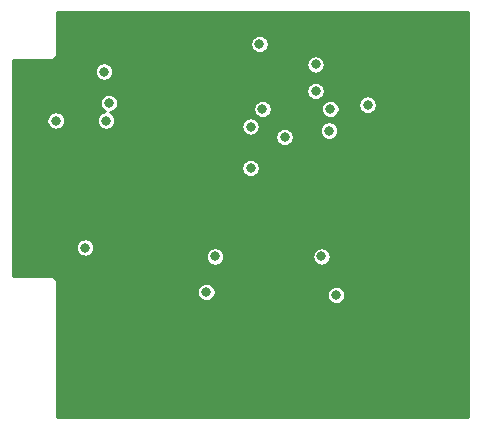
<source format=gbr>
%TF.GenerationSoftware,KiCad,Pcbnew,(5.1.6)-1*%
%TF.CreationDate,2020-12-26T20:27:21+01:00*%
%TF.ProjectId,ScreenBoard,53637265-656e-4426-9f61-72642e6b6963,rev?*%
%TF.SameCoordinates,Original*%
%TF.FileFunction,Copper,L2,Inr*%
%TF.FilePolarity,Positive*%
%FSLAX46Y46*%
G04 Gerber Fmt 4.6, Leading zero omitted, Abs format (unit mm)*
G04 Created by KiCad (PCBNEW (5.1.6)-1) date 2020-12-26 20:27:21*
%MOMM*%
%LPD*%
G01*
G04 APERTURE LIST*
%TA.AperFunction,ViaPad*%
%ADD10C,0.800000*%
%TD*%
%TA.AperFunction,Conductor*%
%ADD11C,0.254000*%
%TD*%
G04 APERTURE END LIST*
D10*
%TO.N,GND*%
X121750000Y-54250000D03*
X133750000Y-51500000D03*
X133750000Y-62500000D03*
X129450003Y-54700003D03*
X125449997Y-51449997D03*
X125450003Y-62549997D03*
X129874978Y-66875000D03*
X131250000Y-75749998D03*
X110104991Y-73645009D03*
X133145014Y-73645000D03*
X114250000Y-72750000D03*
X117250000Y-72750000D03*
X117750000Y-70750000D03*
X118250000Y-72750000D03*
X118750000Y-70750000D03*
X119250000Y-72750000D03*
X121250000Y-70750000D03*
X121750000Y-72750000D03*
X122250000Y-70750000D03*
X122600000Y-72750000D03*
X122374995Y-61374995D03*
X113000000Y-65750000D03*
X114750000Y-65750000D03*
X116500000Y-65500000D03*
X125500000Y-65250000D03*
X123500000Y-65750000D03*
X127250000Y-65750000D03*
X121750000Y-65750000D03*
X128800003Y-72949997D03*
X127799994Y-72950000D03*
X113645005Y-73644995D03*
X111849990Y-71650010D03*
X131250000Y-71500000D03*
X126875019Y-63875019D03*
X127250000Y-50125000D03*
X132125011Y-50124989D03*
X135374993Y-50124993D03*
X123875008Y-50125008D03*
X135375003Y-63875003D03*
X123875003Y-63875003D03*
X132125012Y-63875012D03*
X111050006Y-64300006D03*
X118250000Y-60500000D03*
X102999984Y-56100004D03*
%TO.N,+3V3*%
X120500000Y-57250000D03*
X129399992Y-56899992D03*
X125500000Y-69750000D03*
X116500000Y-69750000D03*
X115749992Y-72750000D03*
X122374995Y-59624995D03*
X119500000Y-58750000D03*
X119500000Y-62250000D03*
X120250000Y-51750000D03*
X126750000Y-73000000D03*
X107099998Y-54099998D03*
%TO.N,/SPI_MISO*%
X125000000Y-53500000D03*
X103000000Y-58250000D03*
%TO.N,/SPI_SCK*%
X125000000Y-55750000D03*
X107250000Y-58250012D03*
%TO.N,/SPI_MOSI*%
X107500000Y-56775000D03*
X126250000Y-57250000D03*
%TO.N,/SD_CS*%
X126150004Y-59099996D03*
X105500000Y-69000000D03*
%TD*%
D11*
%TO.N,GND*%
G36*
X137869001Y-83369000D02*
G01*
X103131000Y-83369000D01*
X103131000Y-72673078D01*
X114968992Y-72673078D01*
X114968992Y-72826922D01*
X114999005Y-72977809D01*
X115057879Y-73119942D01*
X115143350Y-73247859D01*
X115252133Y-73356642D01*
X115380050Y-73442113D01*
X115522183Y-73500987D01*
X115673070Y-73531000D01*
X115826914Y-73531000D01*
X115977801Y-73500987D01*
X116119934Y-73442113D01*
X116247851Y-73356642D01*
X116356634Y-73247859D01*
X116442105Y-73119942D01*
X116500979Y-72977809D01*
X116511865Y-72923078D01*
X125969000Y-72923078D01*
X125969000Y-73076922D01*
X125999013Y-73227809D01*
X126057887Y-73369942D01*
X126143358Y-73497859D01*
X126252141Y-73606642D01*
X126380058Y-73692113D01*
X126522191Y-73750987D01*
X126673078Y-73781000D01*
X126826922Y-73781000D01*
X126977809Y-73750987D01*
X127119942Y-73692113D01*
X127247859Y-73606642D01*
X127356642Y-73497859D01*
X127442113Y-73369942D01*
X127500987Y-73227809D01*
X127531000Y-73076922D01*
X127531000Y-72923078D01*
X127500987Y-72772191D01*
X127442113Y-72630058D01*
X127356642Y-72502141D01*
X127247859Y-72393358D01*
X127119942Y-72307887D01*
X126977809Y-72249013D01*
X126826922Y-72219000D01*
X126673078Y-72219000D01*
X126522191Y-72249013D01*
X126380058Y-72307887D01*
X126252141Y-72393358D01*
X126143358Y-72502141D01*
X126057887Y-72630058D01*
X125999013Y-72772191D01*
X125969000Y-72923078D01*
X116511865Y-72923078D01*
X116530992Y-72826922D01*
X116530992Y-72673078D01*
X116500979Y-72522191D01*
X116442105Y-72380058D01*
X116356634Y-72252141D01*
X116247851Y-72143358D01*
X116119934Y-72057887D01*
X115977801Y-71999013D01*
X115826914Y-71969000D01*
X115673070Y-71969000D01*
X115522183Y-71999013D01*
X115380050Y-72057887D01*
X115252133Y-72143358D01*
X115143350Y-72252141D01*
X115057879Y-72380058D01*
X114999005Y-72522191D01*
X114968992Y-72673078D01*
X103131000Y-72673078D01*
X103131000Y-72030998D01*
X103134053Y-72000000D01*
X103121870Y-71876302D01*
X103085789Y-71757358D01*
X103027196Y-71647739D01*
X102948343Y-71551657D01*
X102852261Y-71472804D01*
X102742642Y-71414211D01*
X102623698Y-71378130D01*
X102530998Y-71369000D01*
X102500000Y-71365947D01*
X102469002Y-71369000D01*
X99381000Y-71369000D01*
X99381000Y-68923078D01*
X104719000Y-68923078D01*
X104719000Y-69076922D01*
X104749013Y-69227809D01*
X104807887Y-69369942D01*
X104893358Y-69497859D01*
X105002141Y-69606642D01*
X105130058Y-69692113D01*
X105272191Y-69750987D01*
X105423078Y-69781000D01*
X105576922Y-69781000D01*
X105727809Y-69750987D01*
X105869942Y-69692113D01*
X105898430Y-69673078D01*
X115719000Y-69673078D01*
X115719000Y-69826922D01*
X115749013Y-69977809D01*
X115807887Y-70119942D01*
X115893358Y-70247859D01*
X116002141Y-70356642D01*
X116130058Y-70442113D01*
X116272191Y-70500987D01*
X116423078Y-70531000D01*
X116576922Y-70531000D01*
X116727809Y-70500987D01*
X116869942Y-70442113D01*
X116997859Y-70356642D01*
X117106642Y-70247859D01*
X117192113Y-70119942D01*
X117250987Y-69977809D01*
X117281000Y-69826922D01*
X117281000Y-69673078D01*
X124719000Y-69673078D01*
X124719000Y-69826922D01*
X124749013Y-69977809D01*
X124807887Y-70119942D01*
X124893358Y-70247859D01*
X125002141Y-70356642D01*
X125130058Y-70442113D01*
X125272191Y-70500987D01*
X125423078Y-70531000D01*
X125576922Y-70531000D01*
X125727809Y-70500987D01*
X125869942Y-70442113D01*
X125997859Y-70356642D01*
X126106642Y-70247859D01*
X126192113Y-70119942D01*
X126250987Y-69977809D01*
X126281000Y-69826922D01*
X126281000Y-69673078D01*
X126250987Y-69522191D01*
X126192113Y-69380058D01*
X126106642Y-69252141D01*
X125997859Y-69143358D01*
X125869942Y-69057887D01*
X125727809Y-68999013D01*
X125576922Y-68969000D01*
X125423078Y-68969000D01*
X125272191Y-68999013D01*
X125130058Y-69057887D01*
X125002141Y-69143358D01*
X124893358Y-69252141D01*
X124807887Y-69380058D01*
X124749013Y-69522191D01*
X124719000Y-69673078D01*
X117281000Y-69673078D01*
X117250987Y-69522191D01*
X117192113Y-69380058D01*
X117106642Y-69252141D01*
X116997859Y-69143358D01*
X116869942Y-69057887D01*
X116727809Y-68999013D01*
X116576922Y-68969000D01*
X116423078Y-68969000D01*
X116272191Y-68999013D01*
X116130058Y-69057887D01*
X116002141Y-69143358D01*
X115893358Y-69252141D01*
X115807887Y-69380058D01*
X115749013Y-69522191D01*
X115719000Y-69673078D01*
X105898430Y-69673078D01*
X105997859Y-69606642D01*
X106106642Y-69497859D01*
X106192113Y-69369942D01*
X106250987Y-69227809D01*
X106281000Y-69076922D01*
X106281000Y-68923078D01*
X106250987Y-68772191D01*
X106192113Y-68630058D01*
X106106642Y-68502141D01*
X105997859Y-68393358D01*
X105869942Y-68307887D01*
X105727809Y-68249013D01*
X105576922Y-68219000D01*
X105423078Y-68219000D01*
X105272191Y-68249013D01*
X105130058Y-68307887D01*
X105002141Y-68393358D01*
X104893358Y-68502141D01*
X104807887Y-68630058D01*
X104749013Y-68772191D01*
X104719000Y-68923078D01*
X99381000Y-68923078D01*
X99381000Y-62173078D01*
X118719000Y-62173078D01*
X118719000Y-62326922D01*
X118749013Y-62477809D01*
X118807887Y-62619942D01*
X118893358Y-62747859D01*
X119002141Y-62856642D01*
X119130058Y-62942113D01*
X119272191Y-63000987D01*
X119423078Y-63031000D01*
X119576922Y-63031000D01*
X119727809Y-63000987D01*
X119869942Y-62942113D01*
X119997859Y-62856642D01*
X120106642Y-62747859D01*
X120192113Y-62619942D01*
X120250987Y-62477809D01*
X120281000Y-62326922D01*
X120281000Y-62173078D01*
X120250987Y-62022191D01*
X120192113Y-61880058D01*
X120106642Y-61752141D01*
X119997859Y-61643358D01*
X119869942Y-61557887D01*
X119727809Y-61499013D01*
X119576922Y-61469000D01*
X119423078Y-61469000D01*
X119272191Y-61499013D01*
X119130058Y-61557887D01*
X119002141Y-61643358D01*
X118893358Y-61752141D01*
X118807887Y-61880058D01*
X118749013Y-62022191D01*
X118719000Y-62173078D01*
X99381000Y-62173078D01*
X99381000Y-59548073D01*
X121593995Y-59548073D01*
X121593995Y-59701917D01*
X121624008Y-59852804D01*
X121682882Y-59994937D01*
X121768353Y-60122854D01*
X121877136Y-60231637D01*
X122005053Y-60317108D01*
X122147186Y-60375982D01*
X122298073Y-60405995D01*
X122451917Y-60405995D01*
X122602804Y-60375982D01*
X122744937Y-60317108D01*
X122872854Y-60231637D01*
X122981637Y-60122854D01*
X123067108Y-59994937D01*
X123125982Y-59852804D01*
X123155995Y-59701917D01*
X123155995Y-59548073D01*
X123125982Y-59397186D01*
X123067108Y-59255053D01*
X122981637Y-59127136D01*
X122877575Y-59023074D01*
X125369004Y-59023074D01*
X125369004Y-59176918D01*
X125399017Y-59327805D01*
X125457891Y-59469938D01*
X125543362Y-59597855D01*
X125652145Y-59706638D01*
X125780062Y-59792109D01*
X125922195Y-59850983D01*
X126073082Y-59880996D01*
X126226926Y-59880996D01*
X126377813Y-59850983D01*
X126519946Y-59792109D01*
X126647863Y-59706638D01*
X126756646Y-59597855D01*
X126842117Y-59469938D01*
X126900991Y-59327805D01*
X126931004Y-59176918D01*
X126931004Y-59023074D01*
X126900991Y-58872187D01*
X126842117Y-58730054D01*
X126756646Y-58602137D01*
X126647863Y-58493354D01*
X126519946Y-58407883D01*
X126377813Y-58349009D01*
X126226926Y-58318996D01*
X126073082Y-58318996D01*
X125922195Y-58349009D01*
X125780062Y-58407883D01*
X125652145Y-58493354D01*
X125543362Y-58602137D01*
X125457891Y-58730054D01*
X125399017Y-58872187D01*
X125369004Y-59023074D01*
X122877575Y-59023074D01*
X122872854Y-59018353D01*
X122744937Y-58932882D01*
X122602804Y-58874008D01*
X122451917Y-58843995D01*
X122298073Y-58843995D01*
X122147186Y-58874008D01*
X122005053Y-58932882D01*
X121877136Y-59018353D01*
X121768353Y-59127136D01*
X121682882Y-59255053D01*
X121624008Y-59397186D01*
X121593995Y-59548073D01*
X99381000Y-59548073D01*
X99381000Y-58173078D01*
X102219000Y-58173078D01*
X102219000Y-58326922D01*
X102249013Y-58477809D01*
X102307887Y-58619942D01*
X102393358Y-58747859D01*
X102502141Y-58856642D01*
X102630058Y-58942113D01*
X102772191Y-59000987D01*
X102923078Y-59031000D01*
X103076922Y-59031000D01*
X103227809Y-59000987D01*
X103369942Y-58942113D01*
X103497859Y-58856642D01*
X103606642Y-58747859D01*
X103692113Y-58619942D01*
X103750987Y-58477809D01*
X103781000Y-58326922D01*
X103781000Y-58173090D01*
X106469000Y-58173090D01*
X106469000Y-58326934D01*
X106499013Y-58477821D01*
X106557887Y-58619954D01*
X106643358Y-58747871D01*
X106752141Y-58856654D01*
X106880058Y-58942125D01*
X107022191Y-59000999D01*
X107173078Y-59031012D01*
X107326922Y-59031012D01*
X107477809Y-59000999D01*
X107619942Y-58942125D01*
X107747859Y-58856654D01*
X107856642Y-58747871D01*
X107906616Y-58673078D01*
X118719000Y-58673078D01*
X118719000Y-58826922D01*
X118749013Y-58977809D01*
X118807887Y-59119942D01*
X118893358Y-59247859D01*
X119002141Y-59356642D01*
X119130058Y-59442113D01*
X119272191Y-59500987D01*
X119423078Y-59531000D01*
X119576922Y-59531000D01*
X119727809Y-59500987D01*
X119869942Y-59442113D01*
X119997859Y-59356642D01*
X120106642Y-59247859D01*
X120192113Y-59119942D01*
X120250987Y-58977809D01*
X120281000Y-58826922D01*
X120281000Y-58673078D01*
X120250987Y-58522191D01*
X120192113Y-58380058D01*
X120106642Y-58252141D01*
X119997859Y-58143358D01*
X119869942Y-58057887D01*
X119727809Y-57999013D01*
X119576922Y-57969000D01*
X119423078Y-57969000D01*
X119272191Y-57999013D01*
X119130058Y-58057887D01*
X119002141Y-58143358D01*
X118893358Y-58252141D01*
X118807887Y-58380058D01*
X118749013Y-58522191D01*
X118719000Y-58673078D01*
X107906616Y-58673078D01*
X107942113Y-58619954D01*
X108000987Y-58477821D01*
X108031000Y-58326934D01*
X108031000Y-58173090D01*
X108000987Y-58022203D01*
X107942113Y-57880070D01*
X107856642Y-57752153D01*
X107747859Y-57643370D01*
X107619942Y-57557899D01*
X107602888Y-57550835D01*
X107727809Y-57525987D01*
X107869942Y-57467113D01*
X107997859Y-57381642D01*
X108106642Y-57272859D01*
X108173313Y-57173078D01*
X119719000Y-57173078D01*
X119719000Y-57326922D01*
X119749013Y-57477809D01*
X119807887Y-57619942D01*
X119893358Y-57747859D01*
X120002141Y-57856642D01*
X120130058Y-57942113D01*
X120272191Y-58000987D01*
X120423078Y-58031000D01*
X120576922Y-58031000D01*
X120727809Y-58000987D01*
X120869942Y-57942113D01*
X120997859Y-57856642D01*
X121106642Y-57747859D01*
X121192113Y-57619942D01*
X121250987Y-57477809D01*
X121281000Y-57326922D01*
X121281000Y-57173078D01*
X125469000Y-57173078D01*
X125469000Y-57326922D01*
X125499013Y-57477809D01*
X125557887Y-57619942D01*
X125643358Y-57747859D01*
X125752141Y-57856642D01*
X125880058Y-57942113D01*
X126022191Y-58000987D01*
X126173078Y-58031000D01*
X126326922Y-58031000D01*
X126477809Y-58000987D01*
X126619942Y-57942113D01*
X126747859Y-57856642D01*
X126856642Y-57747859D01*
X126942113Y-57619942D01*
X127000987Y-57477809D01*
X127031000Y-57326922D01*
X127031000Y-57173078D01*
X127000987Y-57022191D01*
X126942113Y-56880058D01*
X126904036Y-56823070D01*
X128618992Y-56823070D01*
X128618992Y-56976914D01*
X128649005Y-57127801D01*
X128707879Y-57269934D01*
X128793350Y-57397851D01*
X128902133Y-57506634D01*
X129030050Y-57592105D01*
X129172183Y-57650979D01*
X129323070Y-57680992D01*
X129476914Y-57680992D01*
X129627801Y-57650979D01*
X129769934Y-57592105D01*
X129897851Y-57506634D01*
X130006634Y-57397851D01*
X130092105Y-57269934D01*
X130150979Y-57127801D01*
X130180992Y-56976914D01*
X130180992Y-56823070D01*
X130150979Y-56672183D01*
X130092105Y-56530050D01*
X130006634Y-56402133D01*
X129897851Y-56293350D01*
X129769934Y-56207879D01*
X129627801Y-56149005D01*
X129476914Y-56118992D01*
X129323070Y-56118992D01*
X129172183Y-56149005D01*
X129030050Y-56207879D01*
X128902133Y-56293350D01*
X128793350Y-56402133D01*
X128707879Y-56530050D01*
X128649005Y-56672183D01*
X128618992Y-56823070D01*
X126904036Y-56823070D01*
X126856642Y-56752141D01*
X126747859Y-56643358D01*
X126619942Y-56557887D01*
X126477809Y-56499013D01*
X126326922Y-56469000D01*
X126173078Y-56469000D01*
X126022191Y-56499013D01*
X125880058Y-56557887D01*
X125752141Y-56643358D01*
X125643358Y-56752141D01*
X125557887Y-56880058D01*
X125499013Y-57022191D01*
X125469000Y-57173078D01*
X121281000Y-57173078D01*
X121250987Y-57022191D01*
X121192113Y-56880058D01*
X121106642Y-56752141D01*
X120997859Y-56643358D01*
X120869942Y-56557887D01*
X120727809Y-56499013D01*
X120576922Y-56469000D01*
X120423078Y-56469000D01*
X120272191Y-56499013D01*
X120130058Y-56557887D01*
X120002141Y-56643358D01*
X119893358Y-56752141D01*
X119807887Y-56880058D01*
X119749013Y-57022191D01*
X119719000Y-57173078D01*
X108173313Y-57173078D01*
X108192113Y-57144942D01*
X108250987Y-57002809D01*
X108281000Y-56851922D01*
X108281000Y-56698078D01*
X108250987Y-56547191D01*
X108192113Y-56405058D01*
X108106642Y-56277141D01*
X107997859Y-56168358D01*
X107869942Y-56082887D01*
X107727809Y-56024013D01*
X107576922Y-55994000D01*
X107423078Y-55994000D01*
X107272191Y-56024013D01*
X107130058Y-56082887D01*
X107002141Y-56168358D01*
X106893358Y-56277141D01*
X106807887Y-56405058D01*
X106749013Y-56547191D01*
X106719000Y-56698078D01*
X106719000Y-56851922D01*
X106749013Y-57002809D01*
X106807887Y-57144942D01*
X106893358Y-57272859D01*
X107002141Y-57381642D01*
X107130058Y-57467113D01*
X107147112Y-57474177D01*
X107022191Y-57499025D01*
X106880058Y-57557899D01*
X106752141Y-57643370D01*
X106643358Y-57752153D01*
X106557887Y-57880070D01*
X106499013Y-58022203D01*
X106469000Y-58173090D01*
X103781000Y-58173090D01*
X103781000Y-58173078D01*
X103750987Y-58022191D01*
X103692113Y-57880058D01*
X103606642Y-57752141D01*
X103497859Y-57643358D01*
X103369942Y-57557887D01*
X103227809Y-57499013D01*
X103076922Y-57469000D01*
X102923078Y-57469000D01*
X102772191Y-57499013D01*
X102630058Y-57557887D01*
X102502141Y-57643358D01*
X102393358Y-57752141D01*
X102307887Y-57880058D01*
X102249013Y-58022191D01*
X102219000Y-58173078D01*
X99381000Y-58173078D01*
X99381000Y-55673078D01*
X124219000Y-55673078D01*
X124219000Y-55826922D01*
X124249013Y-55977809D01*
X124307887Y-56119942D01*
X124393358Y-56247859D01*
X124502141Y-56356642D01*
X124630058Y-56442113D01*
X124772191Y-56500987D01*
X124923078Y-56531000D01*
X125076922Y-56531000D01*
X125227809Y-56500987D01*
X125369942Y-56442113D01*
X125497859Y-56356642D01*
X125606642Y-56247859D01*
X125692113Y-56119942D01*
X125750987Y-55977809D01*
X125781000Y-55826922D01*
X125781000Y-55673078D01*
X125750987Y-55522191D01*
X125692113Y-55380058D01*
X125606642Y-55252141D01*
X125497859Y-55143358D01*
X125369942Y-55057887D01*
X125227809Y-54999013D01*
X125076922Y-54969000D01*
X124923078Y-54969000D01*
X124772191Y-54999013D01*
X124630058Y-55057887D01*
X124502141Y-55143358D01*
X124393358Y-55252141D01*
X124307887Y-55380058D01*
X124249013Y-55522191D01*
X124219000Y-55673078D01*
X99381000Y-55673078D01*
X99381000Y-54023076D01*
X106318998Y-54023076D01*
X106318998Y-54176920D01*
X106349011Y-54327807D01*
X106407885Y-54469940D01*
X106493356Y-54597857D01*
X106602139Y-54706640D01*
X106730056Y-54792111D01*
X106872189Y-54850985D01*
X107023076Y-54880998D01*
X107176920Y-54880998D01*
X107327807Y-54850985D01*
X107469940Y-54792111D01*
X107597857Y-54706640D01*
X107706640Y-54597857D01*
X107792111Y-54469940D01*
X107850985Y-54327807D01*
X107880998Y-54176920D01*
X107880998Y-54023076D01*
X107850985Y-53872189D01*
X107792111Y-53730056D01*
X107706640Y-53602139D01*
X107597857Y-53493356D01*
X107492679Y-53423078D01*
X124219000Y-53423078D01*
X124219000Y-53576922D01*
X124249013Y-53727809D01*
X124307887Y-53869942D01*
X124393358Y-53997859D01*
X124502141Y-54106642D01*
X124630058Y-54192113D01*
X124772191Y-54250987D01*
X124923078Y-54281000D01*
X125076922Y-54281000D01*
X125227809Y-54250987D01*
X125369942Y-54192113D01*
X125497859Y-54106642D01*
X125606642Y-53997859D01*
X125692113Y-53869942D01*
X125750987Y-53727809D01*
X125781000Y-53576922D01*
X125781000Y-53423078D01*
X125750987Y-53272191D01*
X125692113Y-53130058D01*
X125606642Y-53002141D01*
X125497859Y-52893358D01*
X125369942Y-52807887D01*
X125227809Y-52749013D01*
X125076922Y-52719000D01*
X124923078Y-52719000D01*
X124772191Y-52749013D01*
X124630058Y-52807887D01*
X124502141Y-52893358D01*
X124393358Y-53002141D01*
X124307887Y-53130058D01*
X124249013Y-53272191D01*
X124219000Y-53423078D01*
X107492679Y-53423078D01*
X107469940Y-53407885D01*
X107327807Y-53349011D01*
X107176920Y-53318998D01*
X107023076Y-53318998D01*
X106872189Y-53349011D01*
X106730056Y-53407885D01*
X106602139Y-53493356D01*
X106493356Y-53602139D01*
X106407885Y-53730056D01*
X106349011Y-53872189D01*
X106318998Y-54023076D01*
X99381000Y-54023076D01*
X99381000Y-53131000D01*
X102469002Y-53131000D01*
X102500000Y-53134053D01*
X102530998Y-53131000D01*
X102623698Y-53121870D01*
X102742642Y-53085789D01*
X102852261Y-53027196D01*
X102948343Y-52948343D01*
X103027196Y-52852261D01*
X103085789Y-52742642D01*
X103121870Y-52623698D01*
X103134053Y-52500000D01*
X103131000Y-52469002D01*
X103131000Y-51673078D01*
X119469000Y-51673078D01*
X119469000Y-51826922D01*
X119499013Y-51977809D01*
X119557887Y-52119942D01*
X119643358Y-52247859D01*
X119752141Y-52356642D01*
X119880058Y-52442113D01*
X120022191Y-52500987D01*
X120173078Y-52531000D01*
X120326922Y-52531000D01*
X120477809Y-52500987D01*
X120619942Y-52442113D01*
X120747859Y-52356642D01*
X120856642Y-52247859D01*
X120942113Y-52119942D01*
X121000987Y-51977809D01*
X121031000Y-51826922D01*
X121031000Y-51673078D01*
X121000987Y-51522191D01*
X120942113Y-51380058D01*
X120856642Y-51252141D01*
X120747859Y-51143358D01*
X120619942Y-51057887D01*
X120477809Y-50999013D01*
X120326922Y-50969000D01*
X120173078Y-50969000D01*
X120022191Y-50999013D01*
X119880058Y-51057887D01*
X119752141Y-51143358D01*
X119643358Y-51252141D01*
X119557887Y-51380058D01*
X119499013Y-51522191D01*
X119469000Y-51673078D01*
X103131000Y-51673078D01*
X103131000Y-49031000D01*
X137869000Y-49031000D01*
X137869001Y-83369000D01*
G37*
X137869001Y-83369000D02*
X103131000Y-83369000D01*
X103131000Y-72673078D01*
X114968992Y-72673078D01*
X114968992Y-72826922D01*
X114999005Y-72977809D01*
X115057879Y-73119942D01*
X115143350Y-73247859D01*
X115252133Y-73356642D01*
X115380050Y-73442113D01*
X115522183Y-73500987D01*
X115673070Y-73531000D01*
X115826914Y-73531000D01*
X115977801Y-73500987D01*
X116119934Y-73442113D01*
X116247851Y-73356642D01*
X116356634Y-73247859D01*
X116442105Y-73119942D01*
X116500979Y-72977809D01*
X116511865Y-72923078D01*
X125969000Y-72923078D01*
X125969000Y-73076922D01*
X125999013Y-73227809D01*
X126057887Y-73369942D01*
X126143358Y-73497859D01*
X126252141Y-73606642D01*
X126380058Y-73692113D01*
X126522191Y-73750987D01*
X126673078Y-73781000D01*
X126826922Y-73781000D01*
X126977809Y-73750987D01*
X127119942Y-73692113D01*
X127247859Y-73606642D01*
X127356642Y-73497859D01*
X127442113Y-73369942D01*
X127500987Y-73227809D01*
X127531000Y-73076922D01*
X127531000Y-72923078D01*
X127500987Y-72772191D01*
X127442113Y-72630058D01*
X127356642Y-72502141D01*
X127247859Y-72393358D01*
X127119942Y-72307887D01*
X126977809Y-72249013D01*
X126826922Y-72219000D01*
X126673078Y-72219000D01*
X126522191Y-72249013D01*
X126380058Y-72307887D01*
X126252141Y-72393358D01*
X126143358Y-72502141D01*
X126057887Y-72630058D01*
X125999013Y-72772191D01*
X125969000Y-72923078D01*
X116511865Y-72923078D01*
X116530992Y-72826922D01*
X116530992Y-72673078D01*
X116500979Y-72522191D01*
X116442105Y-72380058D01*
X116356634Y-72252141D01*
X116247851Y-72143358D01*
X116119934Y-72057887D01*
X115977801Y-71999013D01*
X115826914Y-71969000D01*
X115673070Y-71969000D01*
X115522183Y-71999013D01*
X115380050Y-72057887D01*
X115252133Y-72143358D01*
X115143350Y-72252141D01*
X115057879Y-72380058D01*
X114999005Y-72522191D01*
X114968992Y-72673078D01*
X103131000Y-72673078D01*
X103131000Y-72030998D01*
X103134053Y-72000000D01*
X103121870Y-71876302D01*
X103085789Y-71757358D01*
X103027196Y-71647739D01*
X102948343Y-71551657D01*
X102852261Y-71472804D01*
X102742642Y-71414211D01*
X102623698Y-71378130D01*
X102530998Y-71369000D01*
X102500000Y-71365947D01*
X102469002Y-71369000D01*
X99381000Y-71369000D01*
X99381000Y-68923078D01*
X104719000Y-68923078D01*
X104719000Y-69076922D01*
X104749013Y-69227809D01*
X104807887Y-69369942D01*
X104893358Y-69497859D01*
X105002141Y-69606642D01*
X105130058Y-69692113D01*
X105272191Y-69750987D01*
X105423078Y-69781000D01*
X105576922Y-69781000D01*
X105727809Y-69750987D01*
X105869942Y-69692113D01*
X105898430Y-69673078D01*
X115719000Y-69673078D01*
X115719000Y-69826922D01*
X115749013Y-69977809D01*
X115807887Y-70119942D01*
X115893358Y-70247859D01*
X116002141Y-70356642D01*
X116130058Y-70442113D01*
X116272191Y-70500987D01*
X116423078Y-70531000D01*
X116576922Y-70531000D01*
X116727809Y-70500987D01*
X116869942Y-70442113D01*
X116997859Y-70356642D01*
X117106642Y-70247859D01*
X117192113Y-70119942D01*
X117250987Y-69977809D01*
X117281000Y-69826922D01*
X117281000Y-69673078D01*
X124719000Y-69673078D01*
X124719000Y-69826922D01*
X124749013Y-69977809D01*
X124807887Y-70119942D01*
X124893358Y-70247859D01*
X125002141Y-70356642D01*
X125130058Y-70442113D01*
X125272191Y-70500987D01*
X125423078Y-70531000D01*
X125576922Y-70531000D01*
X125727809Y-70500987D01*
X125869942Y-70442113D01*
X125997859Y-70356642D01*
X126106642Y-70247859D01*
X126192113Y-70119942D01*
X126250987Y-69977809D01*
X126281000Y-69826922D01*
X126281000Y-69673078D01*
X126250987Y-69522191D01*
X126192113Y-69380058D01*
X126106642Y-69252141D01*
X125997859Y-69143358D01*
X125869942Y-69057887D01*
X125727809Y-68999013D01*
X125576922Y-68969000D01*
X125423078Y-68969000D01*
X125272191Y-68999013D01*
X125130058Y-69057887D01*
X125002141Y-69143358D01*
X124893358Y-69252141D01*
X124807887Y-69380058D01*
X124749013Y-69522191D01*
X124719000Y-69673078D01*
X117281000Y-69673078D01*
X117250987Y-69522191D01*
X117192113Y-69380058D01*
X117106642Y-69252141D01*
X116997859Y-69143358D01*
X116869942Y-69057887D01*
X116727809Y-68999013D01*
X116576922Y-68969000D01*
X116423078Y-68969000D01*
X116272191Y-68999013D01*
X116130058Y-69057887D01*
X116002141Y-69143358D01*
X115893358Y-69252141D01*
X115807887Y-69380058D01*
X115749013Y-69522191D01*
X115719000Y-69673078D01*
X105898430Y-69673078D01*
X105997859Y-69606642D01*
X106106642Y-69497859D01*
X106192113Y-69369942D01*
X106250987Y-69227809D01*
X106281000Y-69076922D01*
X106281000Y-68923078D01*
X106250987Y-68772191D01*
X106192113Y-68630058D01*
X106106642Y-68502141D01*
X105997859Y-68393358D01*
X105869942Y-68307887D01*
X105727809Y-68249013D01*
X105576922Y-68219000D01*
X105423078Y-68219000D01*
X105272191Y-68249013D01*
X105130058Y-68307887D01*
X105002141Y-68393358D01*
X104893358Y-68502141D01*
X104807887Y-68630058D01*
X104749013Y-68772191D01*
X104719000Y-68923078D01*
X99381000Y-68923078D01*
X99381000Y-62173078D01*
X118719000Y-62173078D01*
X118719000Y-62326922D01*
X118749013Y-62477809D01*
X118807887Y-62619942D01*
X118893358Y-62747859D01*
X119002141Y-62856642D01*
X119130058Y-62942113D01*
X119272191Y-63000987D01*
X119423078Y-63031000D01*
X119576922Y-63031000D01*
X119727809Y-63000987D01*
X119869942Y-62942113D01*
X119997859Y-62856642D01*
X120106642Y-62747859D01*
X120192113Y-62619942D01*
X120250987Y-62477809D01*
X120281000Y-62326922D01*
X120281000Y-62173078D01*
X120250987Y-62022191D01*
X120192113Y-61880058D01*
X120106642Y-61752141D01*
X119997859Y-61643358D01*
X119869942Y-61557887D01*
X119727809Y-61499013D01*
X119576922Y-61469000D01*
X119423078Y-61469000D01*
X119272191Y-61499013D01*
X119130058Y-61557887D01*
X119002141Y-61643358D01*
X118893358Y-61752141D01*
X118807887Y-61880058D01*
X118749013Y-62022191D01*
X118719000Y-62173078D01*
X99381000Y-62173078D01*
X99381000Y-59548073D01*
X121593995Y-59548073D01*
X121593995Y-59701917D01*
X121624008Y-59852804D01*
X121682882Y-59994937D01*
X121768353Y-60122854D01*
X121877136Y-60231637D01*
X122005053Y-60317108D01*
X122147186Y-60375982D01*
X122298073Y-60405995D01*
X122451917Y-60405995D01*
X122602804Y-60375982D01*
X122744937Y-60317108D01*
X122872854Y-60231637D01*
X122981637Y-60122854D01*
X123067108Y-59994937D01*
X123125982Y-59852804D01*
X123155995Y-59701917D01*
X123155995Y-59548073D01*
X123125982Y-59397186D01*
X123067108Y-59255053D01*
X122981637Y-59127136D01*
X122877575Y-59023074D01*
X125369004Y-59023074D01*
X125369004Y-59176918D01*
X125399017Y-59327805D01*
X125457891Y-59469938D01*
X125543362Y-59597855D01*
X125652145Y-59706638D01*
X125780062Y-59792109D01*
X125922195Y-59850983D01*
X126073082Y-59880996D01*
X126226926Y-59880996D01*
X126377813Y-59850983D01*
X126519946Y-59792109D01*
X126647863Y-59706638D01*
X126756646Y-59597855D01*
X126842117Y-59469938D01*
X126900991Y-59327805D01*
X126931004Y-59176918D01*
X126931004Y-59023074D01*
X126900991Y-58872187D01*
X126842117Y-58730054D01*
X126756646Y-58602137D01*
X126647863Y-58493354D01*
X126519946Y-58407883D01*
X126377813Y-58349009D01*
X126226926Y-58318996D01*
X126073082Y-58318996D01*
X125922195Y-58349009D01*
X125780062Y-58407883D01*
X125652145Y-58493354D01*
X125543362Y-58602137D01*
X125457891Y-58730054D01*
X125399017Y-58872187D01*
X125369004Y-59023074D01*
X122877575Y-59023074D01*
X122872854Y-59018353D01*
X122744937Y-58932882D01*
X122602804Y-58874008D01*
X122451917Y-58843995D01*
X122298073Y-58843995D01*
X122147186Y-58874008D01*
X122005053Y-58932882D01*
X121877136Y-59018353D01*
X121768353Y-59127136D01*
X121682882Y-59255053D01*
X121624008Y-59397186D01*
X121593995Y-59548073D01*
X99381000Y-59548073D01*
X99381000Y-58173078D01*
X102219000Y-58173078D01*
X102219000Y-58326922D01*
X102249013Y-58477809D01*
X102307887Y-58619942D01*
X102393358Y-58747859D01*
X102502141Y-58856642D01*
X102630058Y-58942113D01*
X102772191Y-59000987D01*
X102923078Y-59031000D01*
X103076922Y-59031000D01*
X103227809Y-59000987D01*
X103369942Y-58942113D01*
X103497859Y-58856642D01*
X103606642Y-58747859D01*
X103692113Y-58619942D01*
X103750987Y-58477809D01*
X103781000Y-58326922D01*
X103781000Y-58173090D01*
X106469000Y-58173090D01*
X106469000Y-58326934D01*
X106499013Y-58477821D01*
X106557887Y-58619954D01*
X106643358Y-58747871D01*
X106752141Y-58856654D01*
X106880058Y-58942125D01*
X107022191Y-59000999D01*
X107173078Y-59031012D01*
X107326922Y-59031012D01*
X107477809Y-59000999D01*
X107619942Y-58942125D01*
X107747859Y-58856654D01*
X107856642Y-58747871D01*
X107906616Y-58673078D01*
X118719000Y-58673078D01*
X118719000Y-58826922D01*
X118749013Y-58977809D01*
X118807887Y-59119942D01*
X118893358Y-59247859D01*
X119002141Y-59356642D01*
X119130058Y-59442113D01*
X119272191Y-59500987D01*
X119423078Y-59531000D01*
X119576922Y-59531000D01*
X119727809Y-59500987D01*
X119869942Y-59442113D01*
X119997859Y-59356642D01*
X120106642Y-59247859D01*
X120192113Y-59119942D01*
X120250987Y-58977809D01*
X120281000Y-58826922D01*
X120281000Y-58673078D01*
X120250987Y-58522191D01*
X120192113Y-58380058D01*
X120106642Y-58252141D01*
X119997859Y-58143358D01*
X119869942Y-58057887D01*
X119727809Y-57999013D01*
X119576922Y-57969000D01*
X119423078Y-57969000D01*
X119272191Y-57999013D01*
X119130058Y-58057887D01*
X119002141Y-58143358D01*
X118893358Y-58252141D01*
X118807887Y-58380058D01*
X118749013Y-58522191D01*
X118719000Y-58673078D01*
X107906616Y-58673078D01*
X107942113Y-58619954D01*
X108000987Y-58477821D01*
X108031000Y-58326934D01*
X108031000Y-58173090D01*
X108000987Y-58022203D01*
X107942113Y-57880070D01*
X107856642Y-57752153D01*
X107747859Y-57643370D01*
X107619942Y-57557899D01*
X107602888Y-57550835D01*
X107727809Y-57525987D01*
X107869942Y-57467113D01*
X107997859Y-57381642D01*
X108106642Y-57272859D01*
X108173313Y-57173078D01*
X119719000Y-57173078D01*
X119719000Y-57326922D01*
X119749013Y-57477809D01*
X119807887Y-57619942D01*
X119893358Y-57747859D01*
X120002141Y-57856642D01*
X120130058Y-57942113D01*
X120272191Y-58000987D01*
X120423078Y-58031000D01*
X120576922Y-58031000D01*
X120727809Y-58000987D01*
X120869942Y-57942113D01*
X120997859Y-57856642D01*
X121106642Y-57747859D01*
X121192113Y-57619942D01*
X121250987Y-57477809D01*
X121281000Y-57326922D01*
X121281000Y-57173078D01*
X125469000Y-57173078D01*
X125469000Y-57326922D01*
X125499013Y-57477809D01*
X125557887Y-57619942D01*
X125643358Y-57747859D01*
X125752141Y-57856642D01*
X125880058Y-57942113D01*
X126022191Y-58000987D01*
X126173078Y-58031000D01*
X126326922Y-58031000D01*
X126477809Y-58000987D01*
X126619942Y-57942113D01*
X126747859Y-57856642D01*
X126856642Y-57747859D01*
X126942113Y-57619942D01*
X127000987Y-57477809D01*
X127031000Y-57326922D01*
X127031000Y-57173078D01*
X127000987Y-57022191D01*
X126942113Y-56880058D01*
X126904036Y-56823070D01*
X128618992Y-56823070D01*
X128618992Y-56976914D01*
X128649005Y-57127801D01*
X128707879Y-57269934D01*
X128793350Y-57397851D01*
X128902133Y-57506634D01*
X129030050Y-57592105D01*
X129172183Y-57650979D01*
X129323070Y-57680992D01*
X129476914Y-57680992D01*
X129627801Y-57650979D01*
X129769934Y-57592105D01*
X129897851Y-57506634D01*
X130006634Y-57397851D01*
X130092105Y-57269934D01*
X130150979Y-57127801D01*
X130180992Y-56976914D01*
X130180992Y-56823070D01*
X130150979Y-56672183D01*
X130092105Y-56530050D01*
X130006634Y-56402133D01*
X129897851Y-56293350D01*
X129769934Y-56207879D01*
X129627801Y-56149005D01*
X129476914Y-56118992D01*
X129323070Y-56118992D01*
X129172183Y-56149005D01*
X129030050Y-56207879D01*
X128902133Y-56293350D01*
X128793350Y-56402133D01*
X128707879Y-56530050D01*
X128649005Y-56672183D01*
X128618992Y-56823070D01*
X126904036Y-56823070D01*
X126856642Y-56752141D01*
X126747859Y-56643358D01*
X126619942Y-56557887D01*
X126477809Y-56499013D01*
X126326922Y-56469000D01*
X126173078Y-56469000D01*
X126022191Y-56499013D01*
X125880058Y-56557887D01*
X125752141Y-56643358D01*
X125643358Y-56752141D01*
X125557887Y-56880058D01*
X125499013Y-57022191D01*
X125469000Y-57173078D01*
X121281000Y-57173078D01*
X121250987Y-57022191D01*
X121192113Y-56880058D01*
X121106642Y-56752141D01*
X120997859Y-56643358D01*
X120869942Y-56557887D01*
X120727809Y-56499013D01*
X120576922Y-56469000D01*
X120423078Y-56469000D01*
X120272191Y-56499013D01*
X120130058Y-56557887D01*
X120002141Y-56643358D01*
X119893358Y-56752141D01*
X119807887Y-56880058D01*
X119749013Y-57022191D01*
X119719000Y-57173078D01*
X108173313Y-57173078D01*
X108192113Y-57144942D01*
X108250987Y-57002809D01*
X108281000Y-56851922D01*
X108281000Y-56698078D01*
X108250987Y-56547191D01*
X108192113Y-56405058D01*
X108106642Y-56277141D01*
X107997859Y-56168358D01*
X107869942Y-56082887D01*
X107727809Y-56024013D01*
X107576922Y-55994000D01*
X107423078Y-55994000D01*
X107272191Y-56024013D01*
X107130058Y-56082887D01*
X107002141Y-56168358D01*
X106893358Y-56277141D01*
X106807887Y-56405058D01*
X106749013Y-56547191D01*
X106719000Y-56698078D01*
X106719000Y-56851922D01*
X106749013Y-57002809D01*
X106807887Y-57144942D01*
X106893358Y-57272859D01*
X107002141Y-57381642D01*
X107130058Y-57467113D01*
X107147112Y-57474177D01*
X107022191Y-57499025D01*
X106880058Y-57557899D01*
X106752141Y-57643370D01*
X106643358Y-57752153D01*
X106557887Y-57880070D01*
X106499013Y-58022203D01*
X106469000Y-58173090D01*
X103781000Y-58173090D01*
X103781000Y-58173078D01*
X103750987Y-58022191D01*
X103692113Y-57880058D01*
X103606642Y-57752141D01*
X103497859Y-57643358D01*
X103369942Y-57557887D01*
X103227809Y-57499013D01*
X103076922Y-57469000D01*
X102923078Y-57469000D01*
X102772191Y-57499013D01*
X102630058Y-57557887D01*
X102502141Y-57643358D01*
X102393358Y-57752141D01*
X102307887Y-57880058D01*
X102249013Y-58022191D01*
X102219000Y-58173078D01*
X99381000Y-58173078D01*
X99381000Y-55673078D01*
X124219000Y-55673078D01*
X124219000Y-55826922D01*
X124249013Y-55977809D01*
X124307887Y-56119942D01*
X124393358Y-56247859D01*
X124502141Y-56356642D01*
X124630058Y-56442113D01*
X124772191Y-56500987D01*
X124923078Y-56531000D01*
X125076922Y-56531000D01*
X125227809Y-56500987D01*
X125369942Y-56442113D01*
X125497859Y-56356642D01*
X125606642Y-56247859D01*
X125692113Y-56119942D01*
X125750987Y-55977809D01*
X125781000Y-55826922D01*
X125781000Y-55673078D01*
X125750987Y-55522191D01*
X125692113Y-55380058D01*
X125606642Y-55252141D01*
X125497859Y-55143358D01*
X125369942Y-55057887D01*
X125227809Y-54999013D01*
X125076922Y-54969000D01*
X124923078Y-54969000D01*
X124772191Y-54999013D01*
X124630058Y-55057887D01*
X124502141Y-55143358D01*
X124393358Y-55252141D01*
X124307887Y-55380058D01*
X124249013Y-55522191D01*
X124219000Y-55673078D01*
X99381000Y-55673078D01*
X99381000Y-54023076D01*
X106318998Y-54023076D01*
X106318998Y-54176920D01*
X106349011Y-54327807D01*
X106407885Y-54469940D01*
X106493356Y-54597857D01*
X106602139Y-54706640D01*
X106730056Y-54792111D01*
X106872189Y-54850985D01*
X107023076Y-54880998D01*
X107176920Y-54880998D01*
X107327807Y-54850985D01*
X107469940Y-54792111D01*
X107597857Y-54706640D01*
X107706640Y-54597857D01*
X107792111Y-54469940D01*
X107850985Y-54327807D01*
X107880998Y-54176920D01*
X107880998Y-54023076D01*
X107850985Y-53872189D01*
X107792111Y-53730056D01*
X107706640Y-53602139D01*
X107597857Y-53493356D01*
X107492679Y-53423078D01*
X124219000Y-53423078D01*
X124219000Y-53576922D01*
X124249013Y-53727809D01*
X124307887Y-53869942D01*
X124393358Y-53997859D01*
X124502141Y-54106642D01*
X124630058Y-54192113D01*
X124772191Y-54250987D01*
X124923078Y-54281000D01*
X125076922Y-54281000D01*
X125227809Y-54250987D01*
X125369942Y-54192113D01*
X125497859Y-54106642D01*
X125606642Y-53997859D01*
X125692113Y-53869942D01*
X125750987Y-53727809D01*
X125781000Y-53576922D01*
X125781000Y-53423078D01*
X125750987Y-53272191D01*
X125692113Y-53130058D01*
X125606642Y-53002141D01*
X125497859Y-52893358D01*
X125369942Y-52807887D01*
X125227809Y-52749013D01*
X125076922Y-52719000D01*
X124923078Y-52719000D01*
X124772191Y-52749013D01*
X124630058Y-52807887D01*
X124502141Y-52893358D01*
X124393358Y-53002141D01*
X124307887Y-53130058D01*
X124249013Y-53272191D01*
X124219000Y-53423078D01*
X107492679Y-53423078D01*
X107469940Y-53407885D01*
X107327807Y-53349011D01*
X107176920Y-53318998D01*
X107023076Y-53318998D01*
X106872189Y-53349011D01*
X106730056Y-53407885D01*
X106602139Y-53493356D01*
X106493356Y-53602139D01*
X106407885Y-53730056D01*
X106349011Y-53872189D01*
X106318998Y-54023076D01*
X99381000Y-54023076D01*
X99381000Y-53131000D01*
X102469002Y-53131000D01*
X102500000Y-53134053D01*
X102530998Y-53131000D01*
X102623698Y-53121870D01*
X102742642Y-53085789D01*
X102852261Y-53027196D01*
X102948343Y-52948343D01*
X103027196Y-52852261D01*
X103085789Y-52742642D01*
X103121870Y-52623698D01*
X103134053Y-52500000D01*
X103131000Y-52469002D01*
X103131000Y-51673078D01*
X119469000Y-51673078D01*
X119469000Y-51826922D01*
X119499013Y-51977809D01*
X119557887Y-52119942D01*
X119643358Y-52247859D01*
X119752141Y-52356642D01*
X119880058Y-52442113D01*
X120022191Y-52500987D01*
X120173078Y-52531000D01*
X120326922Y-52531000D01*
X120477809Y-52500987D01*
X120619942Y-52442113D01*
X120747859Y-52356642D01*
X120856642Y-52247859D01*
X120942113Y-52119942D01*
X121000987Y-51977809D01*
X121031000Y-51826922D01*
X121031000Y-51673078D01*
X121000987Y-51522191D01*
X120942113Y-51380058D01*
X120856642Y-51252141D01*
X120747859Y-51143358D01*
X120619942Y-51057887D01*
X120477809Y-50999013D01*
X120326922Y-50969000D01*
X120173078Y-50969000D01*
X120022191Y-50999013D01*
X119880058Y-51057887D01*
X119752141Y-51143358D01*
X119643358Y-51252141D01*
X119557887Y-51380058D01*
X119499013Y-51522191D01*
X119469000Y-51673078D01*
X103131000Y-51673078D01*
X103131000Y-49031000D01*
X137869000Y-49031000D01*
X137869001Y-83369000D01*
%TD*%
M02*

</source>
